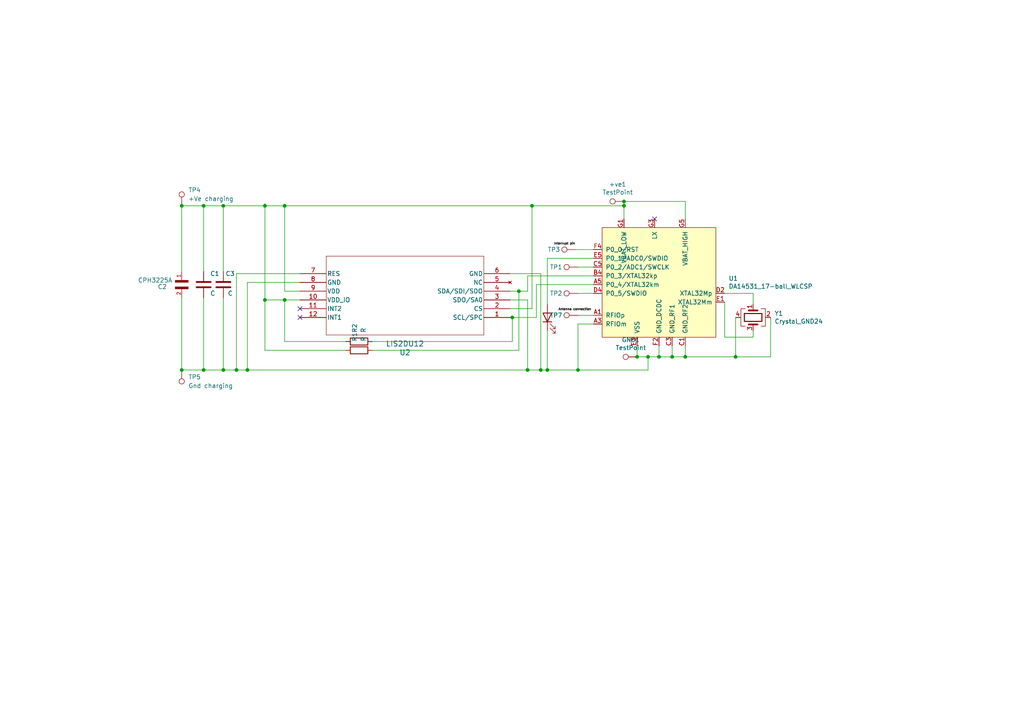
<source format=kicad_sch>
(kicad_sch (version 20250114) (generator "eeschema") (generator_version "9.0")
  (paper "A4")
  (lib_symbols
    (symbol "CPH3225A:CPH3225A" (pin_names (offset 1.016))
      (property "Reference" "C" (at 0 3.81 0))
      (property "Value" "CPH3225A" (at 0 -5.08 0))
      (symbol "CPH3225A_0_0"
        (rectangle (start 0 -1.905) (end 0.635 1.905) (stroke (width 0.1)) (fill (type outline)))
        (rectangle (start 1.905 -1.905) (end 2.54 1.905) (stroke (width 0.1)) (fill (type outline)))
        (pin passive line (at -2.54 0 0) (length 2.54) (name "~") (number "2"))
        (pin passive line (at 5.08 0 180) (length 2.54) (name "~") (number "1"))
      )
    )
    (symbol "Connector:TestPoint" (pin_numbers (hide yes)) (pin_names (offset 0.762) (hide yes))
      (property "Reference" "TP" (at 0 6.858 0))
      (property "Value" "TestPoint" (at 0 5.08 0))
      (symbol "TestPoint_0_1"
        (circle (center 0 3.302) (radius 0.762))
      )
      (symbol "TestPoint_1_1"
        (pin passive line (at 0 0 90) (length 2.54) (name "1") (number "1"))
      )
    )
    (symbol "Device:C" (pin_numbers (hide yes)) (pin_names (offset 0.254))
      (property "Reference" "C" (at 0.635 2.54 0))
      (property "Value" "C" (at 0.635 -2.54 0))
      (symbol "C_0_1"
        (polyline (pts (xy -2.032 0.762) (xy 2.032 0.762)) (stroke (width 0.508)))
        (polyline (pts (xy -2.032 -0.762) (xy 2.032 -0.762)) (stroke (width 0.508)))
      )
      (symbol "C_1_1"
        (pin passive line (at 0 3.81 270) (length 2.794) (name "~") (number "1"))
        (pin passive line (at 0 -3.81 90) (length 2.794) (name "~") (number "2"))
      )
    )
    (symbol "Device:Crystal_GND24" (pin_names (offset 1.016) (hide yes))
      (property "Reference" "Y" (at 3.175 5.08 0))
      (property "Value" "Crystal_GND24" (at 3.175 3.175 0))
      (symbol "Crystal_GND24_0_1"
        (polyline (pts (xy -2.54 2.286) (xy -2.54 3.556) (xy 2.54 3.556) (xy 2.54 2.286)))
        (polyline (pts (xy -2.54 0) (xy -2.032 0)))
        (polyline (pts (xy -2.54 -2.286) (xy -2.54 -3.556) (xy 2.54 -3.556) (xy 2.54 -2.286)))
        (polyline (pts (xy -2.032 -1.27) (xy -2.032 1.27)) (stroke (width 0.508)))
        (rectangle (start -1.143 2.54) (end 1.143 -2.54) (stroke (width 0.3048)))
        (polyline (pts (xy 0 3.556) (xy 0 3.81)))
        (polyline (pts (xy 0 -3.81) (xy 0 -3.556)))
        (polyline (pts (xy 2.032 0) (xy 2.54 0)))
        (polyline (pts (xy 2.032 -1.27) (xy 2.032 1.27)) (stroke (width 0.508)))
      )
      (symbol "Crystal_GND24_1_1"
        (pin passive line (at -3.81 0 0) (length 1.27) (name "1") (number "1"))
        (pin passive line (at 0 5.08 270) (length 1.27) (name "2") (number "2"))
        (pin passive line (at 0 -5.08 90) (length 1.27) (name "4") (number "4"))
        (pin passive line (at 3.81 0 180) (length 1.27) (name "3") (number "3"))
      )
    )
    (symbol "Device:LED" (pin_numbers (hide yes)) (pin_names (offset 1.016) (hide yes))
      (property "Reference" "D" (at 0 2.54 0))
      (property "Value" "LED" (at 0 -2.54 0))
      (symbol "LED_0_1"
        (polyline (pts (xy -3.048 -0.762) (xy -4.572 -2.286) (xy -3.81 -2.286) (xy -4.572 -2.286) (xy -4.572 -1.524)))
        (polyline (pts (xy -1.778 -0.762) (xy -3.302 -2.286) (xy -2.54 -2.286) (xy -3.302 -2.286) (xy -3.302 -1.524)))
        (polyline (pts (xy -1.27 0) (xy 1.27 0)))
        (polyline (pts (xy -1.27 -1.27) (xy -1.27 1.27)) (stroke (width 0.254)))
        (polyline (pts (xy 1.27 -1.27) (xy 1.27 1.27) (xy -1.27 0) (xy 1.27 -1.27)) (stroke (width 0.254)))
      )
      (symbol "LED_1_1"
        (pin passive line (at -3.81 0 0) (length 2.54) (name "K") (number "1"))
        (pin passive line (at 3.81 0 180) (length 2.54) (name "A") (number "2"))
      )
    )
    (symbol "Device:R" (pin_numbers (hide yes)) (pin_names (offset 0))
      (property "Reference" "R" (at 2.032 0 90))
      (property "Value" "R" (at 0 0 90))
      (symbol "R_0_1"
        (rectangle (start -1.016 -2.54) (end 1.016 2.54) (stroke (width 0.254)))
      )
      (symbol "R_1_1"
        (pin passive line (at 0 3.81 270) (length 1.27) (name "~") (number "1"))
        (pin passive line (at 0 -3.81 90) (length 1.27) (name "~") (number "2"))
      )
    )
    (symbol "LIS2DU12_library:LIS2DU12" (pin_names (offset 0.254))
      (property "Reference" "U" (at 30.48 10.16 0))
      (property "Value" "LIS2DU12" (at 30.48 7.62 0))
      (symbol "LIS2DU12_0_1"
        (polyline (pts (xy 7.62 5.08) (xy 7.62 -17.78)) (stroke (width 0.127)))
        (polyline (pts (xy 7.62 -17.78) (xy 53.34 -17.78)) (stroke (width 0.127)))
        (polyline (pts (xy 53.34 5.08) (xy 7.62 5.08)) (stroke (width 0.127)))
        (polyline (pts (xy 53.34 -17.78) (xy 53.34 5.08)) (stroke (width 0.127)))
        (pin bidirectional line (at 0 0 0) (length 7.62) (name "SCL/SPC") (number "1"))
        (pin bidirectional line (at 0 -2.54 0) (length 7.62) (name "CS") (number "2"))
        (pin bidirectional line (at 0 -5.08 0) (length 7.62) (name "SDO/SA0") (number "3"))
        (pin bidirectional line (at 0 -7.62 0) (length 7.62) (name "SDA/SDI/SDO") (number "4"))
        (pin no_connect line (at 0 -10.16 0) (length 7.62) (name "NC") (number "5"))
        (pin power_out line (at 0 -12.7 0) (length 7.62) (name "GND") (number "6"))
        (pin output line (at 60.96 0 180) (length 7.62) (name "INT1") (number "12"))
        (pin bidirectional line (at 60.96 -2.54 180) (length 7.62) (name "INT2") (number "11"))
        (pin power_in line (at 60.96 -5.08 180) (length 7.62) (name "VDD_IO") (number "10"))
        (pin power_in line (at 60.96 -7.62 180) (length 7.62) (name "VDD") (number "9"))
        (pin power_out line (at 60.96 -10.16 180) (length 7.62) (name "GND") (number "8"))
        (pin power_out line (at 60.96 -12.7 180) (length 7.62) (name "RES") (number "7"))
      )
    )
    (symbol "receiver-rescue:DA14531_17-ball_WLCSP-da14531" (pin_names (offset 1.016))
      (property "Reference" "U" (at 0 0 0))
      (property "Value" "da14531_DA14531_17-ball_WLCSP" (at 0 2.54 0))
      (symbol "DA14531_17-ball_WLCSP-da14531_0_1"
        (rectangle (start -16.51 15.24) (end 16.51 -16.51) (fill (type background)))
      )
      (symbol "DA14531_17-ball_WLCSP-da14531_1_1"
        (pin bidirectional line (at -19.05 8.89 0) (length 2.54) (name "P0_0/RST") (number "F4"))
        (pin bidirectional line (at -19.05 6.35 0) (length 2.54) (name "P0_1/ADC0/SWDIO") (number "E5"))
        (pin bidirectional line (at -19.05 3.81 0) (length 2.54) (name "P0_2/ADC1/SWCLK") (number "C5"))
        (pin bidirectional line (at -19.05 1.27 0) (length 2.54) (name "P0_3/XTAL32kp") (number "B4"))
        (pin bidirectional line (at -19.05 -1.27 0) (length 2.54) (name "P0_4/XTAL32km") (number "A5"))
        (pin bidirectional line (at -19.05 -3.81 0) (length 2.54) (name "P0_5/SWDIO") (number "D4"))
        (pin bidirectional line (at -19.05 -10.16 0) (length 2.54) (name "RFIOp") (number "A1"))
        (pin bidirectional line (at -19.05 -12.7 0) (length 2.54) (name "RFIOm") (number "A3"))
        (pin bidirectional line (at -10.16 17.78 270) (length 2.54) (name "VBAT_LOW") (number "G1"))
        (pin bidirectional line (at -6.35 -19.05 90) (length 2.54) (name "VSS") (number "E3"))
        (pin bidirectional line (at -1.27 17.78 270) (length 2.54) (name "LX") (number "G3"))
        (pin bidirectional line (at 0 -19.05 90) (length 2.54) (name "GND_DCDC") (number "F2"))
        (pin bidirectional line (at 3.81 -19.05 90) (length 2.54) (name "GND_RF1") (number "C3"))
        (pin bidirectional line (at 7.62 17.78 270) (length 2.54) (name "VBAT_HIGH") (number "G5"))
        (pin bidirectional line (at 7.62 -19.05 90) (length 2.54) (name "GND_RF2") (number "C1"))
        (pin bidirectional line (at 19.05 -3.81 180) (length 2.54) (name "XTAL32Mp") (number "D2"))
        (pin bidirectional line (at 19.05 -6.35 180) (length 2.54) (name "XTAL32Mm") (number "E1"))
      )
    )
  )
  (junction (at 194.945 103.505))
  (junction (at 156.845 107.315))
  (junction (at 184.785 103.505))
  (junction (at 198.755 103.505))
  (junction (at 150.495 84.455))
  (junction (at 82.55 59.69))
  (junction (at 64.77 107.315))
  (junction (at 167.64 107.315))
  (junction (at 180.975 58.42))
  (junction (at 213.36 103.505))
  (junction (at 52.705 107.315))
  (junction (at 52.705 59.69))
  (junction (at 191.135 103.505))
  (junction (at 82.55 86.995))
  (junction (at 76.835 86.995))
  (junction (at 148.59 92.075))
  (junction (at 180.975 59.69))
  (junction (at 187.96 103.505))
  (junction (at 59.055 107.315))
  (junction (at 154.305 59.69))
  (junction (at 76.835 59.69))
  (junction (at 59.055 59.69))
  (junction (at 71.755 107.315))
  (junction (at 64.77 59.69))
  (junction (at 158.75 107.315))
  (junction (at 153.035 107.315))
  (junction (at 68.58 107.315))
  (no_connect (at 189.865 63.5))
  (no_connect (at 86.995 92.075))
  (no_connect (at 86.995 89.535))
  (wire (pts (xy 198.755 63.5) (xy 198.755 58.42)))
  (wire (pts (xy 86.995 84.455) (xy 82.55 84.455)))
  (wire (pts (xy 148.59 92.075) (xy 155.575 92.075)))
  (wire (pts (xy 52.705 59.69) (xy 52.705 78.74)))
  (wire (pts (xy 210.185 87.63) (xy 210.185 97.79)))
  (wire (pts (xy 191.135 100.33) (xy 191.135 103.505)))
  (wire (pts (xy 172.085 93.98) (xy 167.64 93.98)))
  (wire (pts (xy 218.44 85.09) (xy 218.44 88.265)))
  (wire (pts (xy 82.55 84.455) (xy 82.55 59.69)))
  (wire (pts (xy 76.835 59.055) (xy 76.835 59.69)))
  (wire (pts (xy 59.055 86.36) (xy 59.055 107.315)))
  (wire (pts (xy 150.495 84.455) (xy 150.495 101.6)))
  (wire (pts (xy 64.77 86.36) (xy 64.77 107.315)))
  (wire (pts (xy 154.305 59.69) (xy 180.975 59.69)))
  (wire (pts (xy 59.055 59.69) (xy 64.77 59.69)))
  (wire (pts (xy 167.64 107.315) (xy 187.96 107.315)))
  (wire (pts (xy 76.835 59.69) (xy 76.835 86.995)))
  (wire (pts (xy 150.495 101.6) (xy 107.95 101.6)))
  (wire (pts (xy 210.185 85.09) (xy 218.44 85.09)))
  (wire (pts (xy 198.755 58.42) (xy 180.975 58.42)))
  (wire (pts (xy 155.575 82.55) (xy 172.085 82.55)))
  (wire (pts (xy 187.96 107.315) (xy 187.96 103.505)))
  (wire (pts (xy 156.845 79.375) (xy 156.845 107.315)))
  (wire (pts (xy 76.835 86.995) (xy 82.55 86.995)))
  (wire (pts (xy 100.33 99.06) (xy 82.55 99.06)))
  (wire (pts (xy 167.64 91.44) (xy 172.085 91.44)))
  (wire (pts (xy 82.55 86.995) (xy 82.55 99.06)))
  (wire (pts (xy 76.835 59.69) (xy 82.55 59.69)))
  (wire (pts (xy 147.955 79.375) (xy 156.845 79.375)))
  (wire (pts (xy 147.955 84.455) (xy 150.495 84.455)))
  (wire (pts (xy 210.185 97.79) (xy 218.44 97.79)))
  (wire (pts (xy 184.785 103.505) (xy 187.96 103.505)))
  (wire (pts (xy 100.33 101.6) (xy 76.835 101.6)))
  (wire (pts (xy 158.75 107.315) (xy 167.64 107.315)))
  (wire (pts (xy 59.055 78.74) (xy 59.055 59.69)))
  (wire (pts (xy 191.135 103.505) (xy 194.945 103.505)))
  (wire (pts (xy 158.75 74.93) (xy 172.085 74.93)))
  (wire (pts (xy 147.955 86.995) (xy 153.035 86.995)))
  (wire (pts (xy 64.77 107.315) (xy 68.58 107.315)))
  (wire (pts (xy 153.035 80.01) (xy 153.035 84.455)))
  (wire (pts (xy 147.955 89.535) (xy 154.305 89.535)))
  (wire (pts (xy 198.755 103.505) (xy 198.755 100.33)))
  (wire (pts (xy 71.755 81.915) (xy 86.995 81.915)))
  (wire (pts (xy 184.785 100.33) (xy 184.785 103.505)))
  (wire (pts (xy 194.945 103.505) (xy 198.755 103.505)))
  (wire (pts (xy 198.755 103.505) (xy 213.36 103.505)))
  (wire (pts (xy 167.64 85.09) (xy 172.085 85.09)))
  (wire (pts (xy 180.975 59.69) (xy 180.975 63.5)))
  (wire (pts (xy 71.755 107.315) (xy 153.035 107.315)))
  (wire (pts (xy 158.75 74.93) (xy 158.75 88.265)))
  (wire (pts (xy 153.035 86.995) (xy 153.035 107.315)))
  (wire (pts (xy 153.035 80.01) (xy 172.085 80.01)))
  (wire (pts (xy 147.955 92.075) (xy 148.59 92.075)))
  (wire (pts (xy 194.945 100.33) (xy 194.945 103.505)))
  (wire (pts (xy 156.845 107.315) (xy 158.75 107.315)))
  (wire (pts (xy 153.035 107.315) (xy 156.845 107.315)))
  (wire (pts (xy 154.305 89.535) (xy 154.305 59.69)))
  (wire (pts (xy 82.55 86.995) (xy 86.995 86.995)))
  (wire (pts (xy 167.005 72.39) (xy 172.085 72.39)))
  (wire (pts (xy 187.96 103.505) (xy 191.135 103.505)))
  (wire (pts (xy 180.975 58.42) (xy 180.975 59.69)))
  (wire (pts (xy 68.58 107.315) (xy 71.755 107.315)))
  (wire (pts (xy 71.755 81.915) (xy 71.755 107.315)))
  (wire (pts (xy 52.705 86.36) (xy 52.705 107.315)))
  (wire (pts (xy 167.64 77.47) (xy 172.085 77.47)))
  (wire (pts (xy 59.055 59.69) (xy 52.705 59.69)))
  (wire (pts (xy 223.52 103.505) (xy 213.36 103.505)))
  (wire (pts (xy 107.95 99.06) (xy 148.59 99.06)))
  (wire (pts (xy 52.705 107.315) (xy 59.055 107.315)))
  (wire (pts (xy 64.77 59.69) (xy 76.835 59.69)))
  (wire (pts (xy 68.58 79.375) (xy 86.995 79.375)))
  (wire (pts (xy 68.58 79.375) (xy 68.58 107.315)))
  (wire (pts (xy 59.055 107.315) (xy 64.77 107.315)))
  (wire (pts (xy 158.75 95.885) (xy 158.75 107.315)))
  (wire (pts (xy 223.52 92.075) (xy 223.52 103.505)))
  (wire (pts (xy 167.64 93.98) (xy 167.64 107.315)))
  (wire (pts (xy 213.36 103.505) (xy 213.36 92.075)))
  (wire (pts (xy 76.835 101.6) (xy 76.835 86.995)))
  (wire (pts (xy 64.77 59.69) (xy 64.77 78.74)))
  (wire (pts (xy 148.59 99.06) (xy 148.59 92.075)))
  (wire (pts (xy 150.495 84.455) (xy 153.035 84.455)))
  (wire (pts (xy 155.575 92.075) (xy 155.575 82.55)))
  (wire (pts (xy 218.44 97.79) (xy 218.44 95.885)))
  (wire (pts (xy 82.55 59.69) (xy 154.305 59.69)))
  (label "Antenna connection" (at 161.925 90.17 0) (effects (font (size 0.635 0.635))))
  (label "Interrupt pin" (at 160.655 71.12 0) (effects (font (size 0.635 0.635))))
  (symbol (lib_id "receiver-rescue:DA14531_17-ball_WLCSP-da14531") (at 191.135 81.28 0) (unit 1)
    (property "Reference" "U1" (at 211.3026 80.7466 0) (effects (justify left)))
    (property "Value" "DA14531_17-ball_WLCSP" (at 211.3026 83.058 0) (effects (justify left)))
    (property "Footprint" "Library:DA14531_17-ball_WLCSP" (effects (hide yes)))
  )
  (symbol (lib_id "Device:Crystal_GND24") (at 218.44 92.075 270) (unit 1)
    (property "Reference" "Y1" (at 224.6376 90.9066 90) (effects (justify left)))
    (property "Value" "Crystal_GND24" (at 224.6376 93.218 90) (effects (justify left)))
    (property "Footprint" "Library:Crystal_SMD_Abracon_ABM13W-4Pin_1.2x1.0mm" (effects (hide yes)))
  )
  (symbol (lib_id "Connector:TestPoint") (at 167.64 91.44 90) (unit 1)
    (property "Reference" "TP7" (at 161.29 91.44 90))
    (property "Value" "TestPoint" (effects (hide yes)))
    (property "Footprint" "Connector_Wire:SolderWirePad_1x01_SMD_1x2mm" (effects (hide yes)))
  )
  (symbol (lib_id "Connector:TestPoint") (at 184.785 103.505 90) (unit 1)
    (property "Reference" "GND1" (at 182.9562 98.552 90))
    (property "Value" "TestPoint" (at 182.9562 100.8634 90))
    (property "Footprint" "TestPoint:TestPoint_Pad_1.0x1.0mm" (effects (hide yes)))
  )
  (symbol (lib_id "Connector:TestPoint") (at 180.975 58.42 90) (unit 1)
    (property "Reference" "+ve1" (at 179.1462 53.467 90))
    (property "Value" "TestPoint" (at 179.1462 55.7784 90))
    (property "Footprint" "TestPoint:TestPoint_Pad_1.0x1.0mm" (effects (hide yes)))
  )
  (symbol (lib_id "Device:C") (at 59.055 82.55 0) (unit 1)
    (property "Reference" "C1" (at 60.96 79.375 0) (effects (justify left)))
    (property "Value" "C" (at 60.96 85.09 0) (effects (justify left)))
    (property "Footprint" "Capacitor_SMD:C_0201_0603Metric" (effects (hide yes)))
  )
  (symbol (lib_id "Device:C") (at 64.77 82.55 0) (unit 1)
    (property "Reference" "C3" (at 65.405 79.375 0) (effects (justify left)))
    (property "Value" "C" (at 66.04 85.09 0) (effects (justify left)))
    (property "Footprint" "Capacitor_SMD:C_0201_0603Metric" (effects (hide yes)))
  )
  (symbol (lib_id "Connector:TestPoint") (at 52.705 107.315 180) (unit 1)
    (property "Reference" "TP5" (at 54.61 109.3469 0) (effects (justify right)))
    (property "Value" "Gnd charging" (at 54.61 111.8869 0) (effects (justify right)))
    (property "Description" "test point" (effects (hide yes)))
  )
  (symbol (lib_id "Device:R") (at 104.14 99.06 90) (unit 1)
    (property "Reference" "R2" (at 102.8699 96.52 0) (effects (justify left)))
    (property "Value" "R" (at 105.4099 96.52 0) (effects (justify left)))
    (property "Description" "Resistor" (effects (hide yes)))
  )
  (symbol (lib_id "Device:LED") (at 158.75 92.075 90) (unit 1)
    (property "Reference" "D1" (effects (hide yes)))
    (property "Value" "LED" (effects (hide yes)))
    (property "Footprint" "BeeTracking:KPG-0402SURKKC-TT" (effects (hide yes)))
    (property "Description" "Light emitting diode" (effects (hide yes)))
    (property "Sim.Pins" "1=K 2=A" (effects (hide yes)))
  )
  (symbol (lib_id "CPH3225A:CPH3225A") (at 52.705 83.82 90) (unit 1)
    (property "Reference" "C2" (at 45.72 83.185 90) (effects (justify right)))
    (property "Value" "CPH3225A" (at 40.005 81.28 90) (effects (justify right)))
    (property "Footprint" "Library:CAPCP3225X100N" (effects (hide yes)))
    (property "Description" "\n11 mF (EDLC) Supercapacitor 3.3 V 1210 (3225 Metric) - -\n" (effects (hide yes)))
    (property "MF" "Seiko Instruments" (effects (hide yes)))
    (property "Package" "1210 Seiko" (effects (hide yes)))
    (property "Price" "None" (effects (hide yes)))
    (property "SnapEDA_Link" "https://www.snapeda.com/parts/CPH3225A/Seiko+Instruments/view-part/?ref=snap" (effects (hide yes)))
    (property "MP" "CPH3225A" (effects (hide yes)))
    (property "Availability" "In Stock" (effects (hide yes)))
    (property "Check_prices" "https://www.snapeda.com/parts/CPH3225A/Seiko+Instruments/view-part/?ref=eda" (effects (hide yes)))
  )
  (symbol (lib_id "Connector:TestPoint") (at 167.64 77.47 90) (unit 1)
    (property "Reference" "TP1" (at 161.29 77.47 90))
    (property "Value" "TestPoint" (effects (hide yes)))
    (property "Footprint" "TestPoint:TestPoint_Pad_1.0x1.0mm" (effects (hide yes)))
  )
  (symbol (lib_id "Connector:TestPoint") (at 167.005 72.39 90) (unit 1)
    (property "Reference" "TP3" (at 160.655 72.39 90))
    (property "Value" "TestPoint" (effects (hide yes)))
    (property "Footprint" "Connector_Wire:SolderWirePad_1x01_SMD_1x2mm" (effects (hide yes)))
  )
  (symbol (lib_id "Connector:TestPoint") (at 52.705 59.69 0) (unit 1)
    (property "Reference" "TP4" (at 54.61 55.1179 0) (effects (justify left)))
    (property "Value" "+Ve charging" (at 54.61 57.6579 0) (effects (justify left)))
    (property "Description" "test point" (effects (hide yes)))
  )
  (symbol (lib_id "Device:R") (at 104.14 101.6 90) (unit 1)
    (property "Reference" "R1" (at 102.8699 99.06 0) (effects (justify left)))
    (property "Value" "R" (at 105.4099 99.06 0) (effects (justify left)))
    (property "Description" "Resistor" (effects (hide yes)))
  )
  (symbol (lib_id "Connector:TestPoint") (at 167.64 85.09 90) (unit 1)
    (property "Reference" "TP2" (at 161.29 85.09 90))
    (property "Value" "TestPoint" (effects (hide yes)))
    (property "Footprint" "TestPoint:TestPoint_Pad_1.0x1.0mm" (effects (hide yes)))
  )
  (symbol (lib_id "LIS2DU12_library:LIS2DU12") (at 147.955 92.075 180) (unit 1)
    (property "Reference" "U2" (at 117.475 102.235 0) (effects (font (size 1.524 1.524))))
    (property "Value" "LIS2DU12" (at 117.475 99.695 0) (effects (font (size 1.524 1.524))))
    (property "Footprint" "BeeTracking:LGA-12L_LIS2DU12_STM" (effects (hide yes)))
    (property "Datasheet" "LIS2DU12" (effects (hide yes)))
  )
)
</source>
